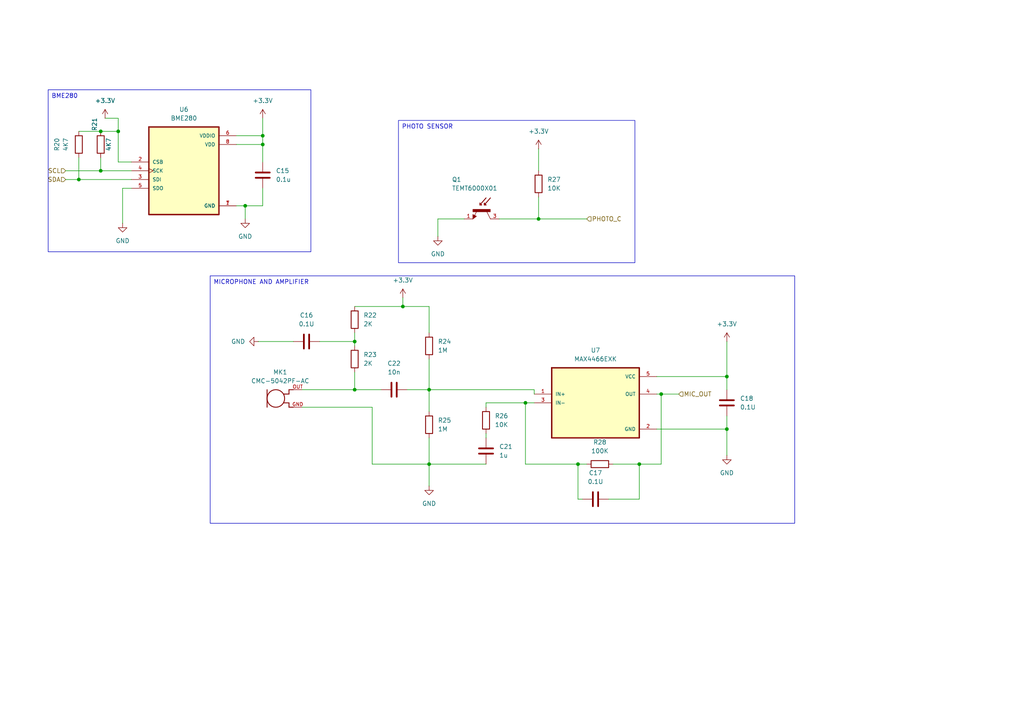
<source format=kicad_sch>
(kicad_sch (version 20250114) (generator "eeschema") (generator_version "9.0")
  (paper "A4")
  (lib_symbols
    (symbol "BME280:BME280" (pin_names (offset 1.016))
      (property "Reference" "U" (at -10.1662 13.3431 0))
      (property "Value" "BME280" (at -10.1683 -15.2524 0))
      (symbol "BME280_0_0"
        (rectangle (start -10.16 -12.7) (end 10.16 12.7) (stroke (width 0.4064)) (fill (type background)))
        (pin input line (at -15.24 2.54 0) (length 5.08) (name "CSB") (number "2"))
        (pin input clock (at -15.24 0 0) (length 5.08) (name "SCK") (number "4"))
        (pin bidirectional line (at -15.24 -2.54 0) (length 5.08) (name "SDI") (number "3"))
        (pin bidirectional line (at -15.24 -5.08 0) (length 5.08) (name "SDO") (number "5"))
        (pin power_in line (at 15.24 10.16 180) (length 5.08) (name "VDDIO") (number "6"))
        (pin power_in line (at 15.24 7.62 180) (length 5.08) (name "VDD") (number "8"))
        (pin power_in line (at 15.24 -10.16 180) (length 5.08) (name "GND") (number "1"))
        (pin power_in line (at 15.24 -10.16 180) (length 5.08) (name "GND") (number "7"))
      )
    )
    (symbol "CMC-5042PF-AC:CMC-5042PF-AC" (pin_names (offset 1.016))
      (property "Reference" "MK" (at -2.5424 5.0848 0))
      (property "Value" "CMC-5042PF-AC" (at -2.5442 -6.3606 0))
      (symbol "CMC-5042PF-AC_0_0"
        (polyline (pts (xy -2.54 2.54) (xy -2.54 -2.54)) (stroke (width 0.254)))
        (circle (center 0 0) (radius 2.54) (stroke (width 0.254)))
        (polyline (pts (xy 3.81 2.54) (xy 3.81 1.27)) (stroke (width 0.254)))
        (polyline (pts (xy 3.81 1.27) (xy 2.2352 1.27)) (stroke (width 0.254)))
        (polyline (pts (xy 3.81 -1.27) (xy 2.2352 -1.27)) (stroke (width 0.254)))
        (polyline (pts (xy 3.81 -2.54) (xy 3.81 -1.27)) (stroke (width 0.254)))
        (polyline (pts (xy 5.08 2.54) (xy 3.81 2.54)) (stroke (width 0.254)))
        (polyline (pts (xy 5.08 -2.54) (xy 3.81 -2.54)) (stroke (width 0.254)))
        (pin output line (at 7.62 2.54 180) (length 2.54) (name "~") (number "OUT"))
        (pin power_in line (at 7.62 -2.54 180) (length 2.54) (name "~") (number "GND"))
      )
    )
    (symbol "Device:C" (pin_numbers (hide yes)) (pin_names (offset 0.254))
      (property "Reference" "C" (at 0.635 2.54 0))
      (property "Value" "C" (at 0.635 -2.54 0))
      (symbol "C_0_1"
        (polyline (pts (xy -2.032 0.762) (xy 2.032 0.762)) (stroke (width 0.508)))
        (polyline (pts (xy -2.032 -0.762) (xy 2.032 -0.762)) (stroke (width 0.508)))
      )
      (symbol "C_1_1"
        (pin passive line (at 0 3.81 270) (length 2.794) (name "~") (number "1"))
        (pin passive line (at 0 -3.81 90) (length 2.794) (name "~") (number "2"))
      )
    )
    (symbol "Device:R" (pin_numbers (hide yes)) (pin_names (offset 0))
      (property "Reference" "R" (at 2.032 0 90))
      (property "Value" "R" (at 0 0 90))
      (symbol "R_0_1"
        (rectangle (start -1.016 -2.54) (end 1.016 2.54) (stroke (width 0.254)))
      )
      (symbol "R_1_1"
        (pin passive line (at 0 3.81 270) (length 1.27) (name "~") (number "1"))
        (pin passive line (at 0 -3.81 90) (length 1.27) (name "~") (number "2"))
      )
    )
    (symbol "MAX4466EXK:MAX4466EXK" (pin_names (offset 1.016))
      (property "Reference" "U" (at -12.7 11.16 0))
      (property "Value" "MAX4466EXK" (at -12.7 -14.16 0))
      (symbol "MAX4466EXK_0_0"
        (rectangle (start -12.7 -10.16) (end 12.7 10.16) (stroke (width 0.41)) (fill (type background)))
        (pin input line (at -17.78 2.54 0) (length 5.08) (name "IN+") (number "1"))
        (pin input line (at -17.78 0 0) (length 5.08) (name "IN-") (number "3"))
        (pin power_in line (at 17.78 7.62 180) (length 5.08) (name "VCC") (number "5"))
        (pin output line (at 17.78 2.54 180) (length 5.08) (name "OUT") (number "4"))
        (pin power_in line (at 17.78 -7.62 180) (length 5.08) (name "GND") (number "2"))
      )
    )
    (symbol "TEMT6000X01:TEMT6000X01" (pin_names (offset 1.016))
      (property "Reference" "Q" (at 5.0999 0 0))
      (property "Value" "TEMT6000X01" (at 5.0887 -2.5444 0))
      (symbol "TEMT6000X01_0_0"
        (polyline (pts (xy -3.556 2.54) (xy -1.524 0.762)) (stroke (width 0.254)))
        (polyline (pts (xy -3.556 1.27) (xy -1.524 -0.508)) (stroke (width 0.254)))
        (polyline (pts (xy -2.032 0.762) (xy -1.524 1.27)) (stroke (width 0.254)))
        (polyline (pts (xy -2.032 -0.508) (xy -1.524 0)) (stroke (width 0.254)))
        (polyline (pts (xy -1.524 1.27) (xy -1.524 0.762)) (stroke (width 0.254)))
        (polyline (pts (xy -1.524 0.762) (xy -2.032 0.762)) (stroke (width 0.254)))
        (polyline (pts (xy -1.524 0) (xy -1.524 -0.508)) (stroke (width 0.254)))
        (polyline (pts (xy -1.524 -0.508) (xy -2.032 -0.508)) (stroke (width 0.254)))
        (rectangle (start -0.2547 -2.5468) (end 0.508 2.54) (stroke (width 0.1)) (fill (type outline)))
        (polyline (pts (xy 1.27 -2.54) (xy 1.778 -1.524)) (stroke (width 0.1524)))
        (polyline (pts (xy 1.524 -2.286) (xy 1.905 -2.286)) (stroke (width 0.254)))
        (polyline (pts (xy 1.524 -2.413) (xy 2.286 -2.413)) (stroke (width 0.254)))
        (polyline (pts (xy 1.54 -2.04) (xy 0.308 -1.424)) (stroke (width 0.1524)))
        (polyline (pts (xy 1.778 -1.524) (xy 2.54 -2.54)) (stroke (width 0.1524)))
        (polyline (pts (xy 1.778 -1.778) (xy 1.524 -2.286)) (stroke (width 0.254)))
        (polyline (pts (xy 1.905 -2.286) (xy 1.778 -2.032)) (stroke (width 0.254)))
        (polyline (pts (xy 2.286 -2.413) (xy 1.778 -1.778)) (stroke (width 0.254)))
        (polyline (pts (xy 2.54 2.54) (xy 0.508 1.524)) (stroke (width 0.1524)))
        (polyline (pts (xy 2.54 -2.54) (xy 1.27 -2.54)) (stroke (width 0.1524)))
        (pin passive line (at 2.54 5.08 270) (length 2.54) (name "~") (number "3"))
        (pin passive line (at 2.54 -5.08 90) (length 2.54) (name "~") (number "1"))
      )
    )
    (symbol "power:+3.3V" (power) (pin_numbers (hide yes)) (pin_names (offset 0) (hide yes))
      (property "Value" "+3.3V" (at 0 3.556 0))
      (symbol "+3.3V_0_1"
        (polyline (pts (xy -0.762 1.27) (xy 0 2.54)))
        (polyline (pts (xy 0 2.54) (xy 0.762 1.27)))
        (polyline (pts (xy 0 0) (xy 0 2.54)))
      )
      (symbol "+3.3V_1_1"
        (pin power_in line (at 0 0 90) (length 0) (name "~") (number "1"))
      )
    )
    (symbol "power:GND" (power) (pin_numbers (hide yes)) (pin_names (offset 0) (hide yes))
      (property "Value" "GND" (at 0 -3.81 0))
      (symbol "GND_0_1"
        (polyline (pts (xy 0 0) (xy 0 -1.27) (xy 1.27 -1.27) (xy 0 -2.54) (xy -1.27 -1.27) (xy 0 -1.27)))
      )
      (symbol "GND_1_1"
        (pin power_in line (at 0 0 270) (length 0) (name "~") (number "1"))
      )
    )
  )
  (text_box "MICROPHONE AND AMPLIFIER\n" (at 60.96 80.01 0) (size 169.545 71.755) (margins 0.9525 0.9525 0.9525 0.9525) (effects (font (size 1.27 1.27)) (justify left top)))
  (text_box "BME280\n\n" (at 13.97 26.035 0) (size 76.2 46.99) (margins 0.9525 0.9525 0.9525 0.9525) (effects (font (size 1.27 1.27)) (justify left top)))
  (text_box "PHOTO SENSOR\n" (at 115.57 34.925 0) (size 68.58 41.275) (margins 0.9525 0.9525 0.9525 0.9525) (effects (font (size 1.27 1.27)) (justify left top)))
  (junction (at 102.87 99.06))
  (junction (at 191.77 114.3))
  (junction (at 22.86 52.07))
  (junction (at 34.29 38.1))
  (junction (at 29.21 38.1))
  (junction (at 185.42 134.62))
  (junction (at 210.82 109.22))
  (junction (at 116.84 88.9))
  (junction (at 152.4 116.84))
  (junction (at 76.2 39.37))
  (junction (at 102.87 113.03))
  (junction (at 76.2 41.91))
  (junction (at 156.21 63.5))
  (junction (at 167.64 134.62))
  (junction (at 71.12 59.69))
  (junction (at 124.46 113.03))
  (junction (at 124.46 134.62))
  (junction (at 29.21 49.53))
  (junction (at 210.82 124.46))
  (wire (pts (xy 156.21 63.5) (xy 156.21 57.15)))
  (wire (pts (xy 107.95 134.62) (xy 124.46 134.62)))
  (wire (pts (xy 191.77 134.62) (xy 185.42 134.62)))
  (wire (pts (xy 154.94 113.03) (xy 154.94 114.3)))
  (wire (pts (xy 102.87 113.03) (xy 110.49 113.03)))
  (wire (pts (xy 127 68.58) (xy 127 63.5)))
  (wire (pts (xy 144.78 63.5) (xy 156.21 63.5)))
  (wire (pts (xy 76.2 59.69) (xy 71.12 59.69)))
  (wire (pts (xy 68.58 59.69) (xy 71.12 59.69)))
  (wire (pts (xy 191.77 114.3) (xy 196.85 114.3)))
  (wire (pts (xy 127 63.5) (xy 134.62 63.5)))
  (wire (pts (xy 29.21 38.1) (xy 34.29 38.1)))
  (wire (pts (xy 152.4 134.62) (xy 167.64 134.62)))
  (wire (pts (xy 34.29 38.1) (xy 34.29 34.29)))
  (wire (pts (xy 87.63 118.11) (xy 107.95 118.11)))
  (wire (pts (xy 210.82 124.46) (xy 210.82 132.08)))
  (wire (pts (xy 140.97 127) (xy 140.97 125.73)))
  (wire (pts (xy 116.84 88.9) (xy 124.46 88.9)))
  (wire (pts (xy 92.71 99.06) (xy 102.87 99.06)))
  (wire (pts (xy 22.86 45.72) (xy 22.86 52.07)))
  (wire (pts (xy 102.87 99.06) (xy 102.87 100.33)))
  (wire (pts (xy 124.46 113.03) (xy 154.94 113.03)))
  (wire (pts (xy 190.5 109.22) (xy 210.82 109.22)))
  (wire (pts (xy 38.1 46.99) (xy 34.29 46.99)))
  (wire (pts (xy 19.05 49.53) (xy 29.21 49.53)))
  (wire (pts (xy 34.29 34.29) (xy 30.48 34.29)))
  (wire (pts (xy 167.64 144.78) (xy 168.91 144.78)))
  (wire (pts (xy 76.2 54.61) (xy 76.2 59.69)))
  (wire (pts (xy 116.84 86.36) (xy 116.84 88.9)))
  (wire (pts (xy 185.42 134.62) (xy 177.8 134.62)))
  (wire (pts (xy 140.97 118.11) (xy 140.97 116.84)))
  (wire (pts (xy 124.46 134.62) (xy 124.46 140.97)))
  (wire (pts (xy 124.46 104.14) (xy 124.46 113.03)))
  (wire (pts (xy 74.93 99.06) (xy 85.09 99.06)))
  (wire (pts (xy 87.63 113.03) (xy 102.87 113.03)))
  (wire (pts (xy 76.2 39.37) (xy 76.2 41.91)))
  (wire (pts (xy 156.21 63.5) (xy 170.18 63.5)))
  (wire (pts (xy 35.56 54.61) (xy 38.1 54.61)))
  (wire (pts (xy 29.21 49.53) (xy 38.1 49.53)))
  (wire (pts (xy 152.4 116.84) (xy 152.4 134.62)))
  (wire (pts (xy 191.77 114.3) (xy 191.77 134.62)))
  (wire (pts (xy 102.87 96.52) (xy 102.87 99.06)))
  (wire (pts (xy 210.82 109.22) (xy 210.82 99.06)))
  (wire (pts (xy 22.86 52.07) (xy 38.1 52.07)))
  (wire (pts (xy 35.56 64.77) (xy 35.56 54.61)))
  (wire (pts (xy 210.82 120.65) (xy 210.82 124.46)))
  (wire (pts (xy 34.29 46.99) (xy 34.29 38.1)))
  (wire (pts (xy 124.46 134.62) (xy 140.97 134.62)))
  (wire (pts (xy 19.05 52.07) (xy 22.86 52.07)))
  (wire (pts (xy 29.21 45.72) (xy 29.21 49.53)))
  (wire (pts (xy 107.95 118.11) (xy 107.95 134.62)))
  (wire (pts (xy 170.18 134.62) (xy 167.64 134.62)))
  (wire (pts (xy 76.2 34.29) (xy 76.2 39.37)))
  (wire (pts (xy 71.12 59.69) (xy 71.12 63.5)))
  (wire (pts (xy 102.87 107.95) (xy 102.87 113.03)))
  (wire (pts (xy 124.46 113.03) (xy 124.46 119.38)))
  (wire (pts (xy 68.58 39.37) (xy 76.2 39.37)))
  (wire (pts (xy 140.97 116.84) (xy 152.4 116.84)))
  (wire (pts (xy 76.2 41.91) (xy 76.2 46.99)))
  (wire (pts (xy 185.42 144.78) (xy 185.42 134.62)))
  (wire (pts (xy 210.82 109.22) (xy 210.82 113.03)))
  (wire (pts (xy 102.87 88.9) (xy 116.84 88.9)))
  (wire (pts (xy 190.5 124.46) (xy 210.82 124.46)))
  (wire (pts (xy 152.4 116.84) (xy 154.94 116.84)))
  (wire (pts (xy 156.21 43.18) (xy 156.21 49.53)))
  (wire (pts (xy 167.64 134.62) (xy 167.64 144.78)))
  (wire (pts (xy 68.58 41.91) (xy 76.2 41.91)))
  (wire (pts (xy 190.5 114.3) (xy 191.77 114.3)))
  (wire (pts (xy 118.11 113.03) (xy 124.46 113.03)))
  (wire (pts (xy 124.46 88.9) (xy 124.46 96.52)))
  (wire (pts (xy 176.53 144.78) (xy 185.42 144.78)))
  (wire (pts (xy 124.46 127) (xy 124.46 134.62)))
  (wire (pts (xy 22.86 38.1) (xy 29.21 38.1)))
  (hierarchical_label "MIC_OUT" (shape input) (at 196.85 114.3 0))
  (hierarchical_label "SCL" (shape input) (at 19.05 49.53 180))
  (hierarchical_label "PHOTO_C" (shape input) (at 170.18 63.5 0))
  (hierarchical_label "SDA" (shape input) (at 19.05 52.07 180))
  (symbol (lib_id "MAX4466EXK:MAX4466EXK") (at 172.72 116.84 0) (unit 1)
    (property "Reference" "U7" (at 172.72 101.6 0))
    (property "Value" "MAX4466EXK" (at 172.72 104.14 0))
    (property "Footprint" "ESP32 PROJECT LIBRARY:SOT65P210X110-5N" (effects (hide yes)))
    (property "MF" "Analog Devices" (effects (hide yes)))
    (property "Description_1" "Amplifier IC 1-Channel (Mono) Class AB SC-70-5" (effects (hide yes)))
    (property "Package" "SC-70-5 Maxim" (effects (hide yes)))
    (property "Price" "None" (effects (hide yes)))
    (property "SnapEDA_Link" "https://www.snapeda.com/parts/MAX4466EXK/Analog+Devices/view-part/?ref=snap" (effects (hide yes)))
    (property "MP" "MAX4466EXK" (effects (hide yes)))
    (property "Availability" "In Stock" (effects (hide yes)))
    (property "Check_prices" "https://www.snapeda.com/parts/MAX4466EXK/Analog+Devices/view-part/?ref=eda" (effects (hide yes)))
  )
  (symbol (lib_id "power:GND") (at 124.46 140.97 0) (unit 1)
    (property "Reference" "#PWR043" (effects (hide yes)))
    (property "Value" "GND" (at 124.46 146.05 0))
    (property "Description" "Power symbol creates a global label with name \"GND\" , ground" (effects (hide yes)))
  )
  (symbol (lib_id "Device:C") (at 114.3 113.03 90) (unit 1)
    (property "Reference" "C22" (at 114.3 105.41 90))
    (property "Value" "10n" (at 114.3 107.95 90))
    (property "Footprint" "Capacitor_SMD:C_0805_2012Metric" (effects (hide yes)))
    (property "Description" "Unpolarized capacitor" (effects (hide yes)))
  )
  (symbol (lib_id "power:+3.3V") (at 30.48 34.29 0) (unit 1)
    (property "Reference" "#PWR036" (effects (hide yes)))
    (property "Value" "+3.3V" (at 30.48 29.21 0))
    (property "Description" "Power symbol creates a global label with name \"+3.3V\"" (effects (hide yes)))
  )
  (symbol (lib_id "Device:R") (at 173.99 134.62 90) (unit 1)
    (property "Reference" "R28" (at 173.99 128.27 90))
    (property "Value" "100K" (at 173.99 130.81 90))
    (property "Footprint" "Resistor_SMD:R_0805_2012Metric" (effects (hide yes)))
    (property "Description" "Resistor" (effects (hide yes)))
  )
  (symbol (lib_id "power:+3.3V") (at 210.82 99.06 0) (unit 1)
    (property "Reference" "#PWR045" (effects (hide yes)))
    (property "Value" "+3.3V" (at 210.82 93.98 0))
    (property "Description" "Power symbol creates a global label with name \"+3.3V\"" (effects (hide yes)))
  )
  (symbol (lib_id "power:GND") (at 210.82 132.08 0) (unit 1)
    (property "Reference" "#PWR046" (effects (hide yes)))
    (property "Value" "GND" (at 210.82 137.16 0))
    (property "Description" "Power symbol creates a global label with name \"GND\" , ground" (effects (hide yes)))
  )
  (symbol (lib_id "TEMT6000X01:TEMT6000X01") (at 139.7 60.96 270) (unit 1)
    (property "Reference" "Q1" (at 131.064 52.07 90) (effects (justify left)))
    (property "Value" "TEMT6000X01" (at 131.064 54.61 90) (effects (justify left)))
    (property "Footprint" "ESP32 PROJECT LIBRARY:TRANS_TEMT6000X01" (effects (hide yes)))
    (property "MF" "Vishay Semiconductor" (effects (hide yes)))
    (property "Description_1" "Phototransistors 570nm Top View 1206 (3216 Metric)" (effects (hide yes)))
    (property "Package" "1206 Vishay" (effects (hide yes)))
    (property "Price" "None" (effects (hide yes)))
    (property "Check_prices" "https://www.snapeda.com/parts/TEMT6000X01/Vishay+Semiconductor+Opto+Division/view-part/?ref=eda" (effects (hide yes)))
    (property "STANDARD" "Manufacturer Recommendations" (effects (hide yes)))
    (property "PARTREV" "1.9" (effects (hide yes)))
    (property "SnapEDA_Link" "https://www.snapeda.com/parts/TEMT6000X01/Vishay+Semiconductor+Opto+Division/view-part/?ref=snap" (effects (hide yes)))
    (property "MP" "TEMT6000X01" (effects (hide yes)))
    (property "Availability" "In Stock" (effects (hide yes)))
    (property "MANUFACTURER" "VISHAY" (effects (hide yes)))
  )
  (symbol (lib_id "Device:C") (at 140.97 130.81 180) (unit 1)
    (property "Reference" "C21" (at 144.78 129.5399 0) (effects (justify right)))
    (property "Value" "1u" (at 144.78 132.0799 0) (effects (justify right)))
    (property "Footprint" "Capacitor_SMD:C_0805_2012Metric" (effects (hide yes)))
    (property "Description" "Unpolarized capacitor" (effects (hide yes)))
  )
  (symbol (lib_id "power:GND") (at 127 68.58 0) (unit 1)
    (property "Reference" "#PWR042" (effects (hide yes)))
    (property "Value" "GND" (at 127 73.66 0))
    (property "Description" "Power symbol creates a global label with name \"GND\" , ground" (effects (hide yes)))
  )
  (symbol (lib_id "Device:C") (at 210.82 116.84 0) (unit 1)
    (property "Reference" "C18" (at 214.63 115.5699 0) (effects (justify left)))
    (property "Value" "0.1U" (at 214.63 118.1099 0) (effects (justify left)))
    (property "Footprint" "Capacitor_SMD:C_0805_2012Metric" (effects (hide yes)))
    (property "Description" "Unpolarized capacitor" (effects (hide yes)))
  )
  (symbol (lib_id "power:+3.3V") (at 116.84 86.36 0) (unit 1)
    (property "Reference" "#PWR041" (effects (hide yes)))
    (property "Value" "+3.3V" (at 116.84 81.28 0))
    (property "Description" "Power symbol creates a global label with name \"+3.3V\"" (effects (hide yes)))
  )
  (symbol (lib_id "BME280:BME280") (at 53.34 49.53 0) (unit 1)
    (property "Reference" "U6" (at 53.34 31.75 0))
    (property "Value" "BME280" (at 53.34 34.29 0))
    (property "Footprint" "ESP32 PROJECT LIBRARY:PSON65P250X250X100-8N" (effects (hide yes)))
    (property "MF" "Bosch" (effects (hide yes)))
    (property "DESCRIPTION" "Integrated pressure, humidity and temperature sensor; 8-pin 2.5x2.5x0.93mm LGA" (effects (hide yes)))
    (property "PACKAGE" "LGA-8 Bosch" (effects (hide yes)))
    (property "PRICE" "4.94 USD" (effects (hide yes)))
    (property "Package" "LGA-8 Bosch" (effects (hide yes)))
    (property "Check_prices" "https://www.snapeda.com/parts/BME280/Bosch+Sensortec/view-part/?ref=eda" (effects (hide yes)))
    (property "STANDARD" "IPC-7351B" (effects (hide yes)))
    (property "SnapEDA_Link" "https://www.snapeda.com/parts/BME280/Bosch+Sensortec/view-part/?ref=snap" (effects (hide yes)))
    (property "MP" "BME280" (effects (hide yes)))
    (property "Price" "None" (effects (hide yes)))
    (property "Availability" "In Stock" (effects (hide yes)))
    (property "AVAILABILITY" "Good" (effects (hide yes)))
    (property "Description_1" "Board Mount Humidity Sensors MEMS humidity, pressure and temperature sensor" (effects (hide yes)))
  )
  (symbol (lib_id "CMC-5042PF-AC:CMC-5042PF-AC") (at 80.01 115.57 0) (unit 1)
    (property "Reference" "MK1" (at 81.28 107.95 0))
    (property "Value" "CMC-5042PF-AC" (at 81.28 110.49 0))
    (property "Footprint" "ESP32 PROJECT LIBRARY:CUI_CMC-5042PF-AC" (effects (hide yes)))
    (property "MF" "Same Sky" (effects (hide yes)))
    (property "Description_1" "6.0 mm, Omnidirectional, PCB Mount, 2.0 Vdc, Electret Condenser Microphone" (effects (hide yes)))
    (property "Package" "None" (effects (hide yes)))
    (property "Price" "None" (effects (hide yes)))
    (property "Check_prices" "https://www.snapeda.com/parts/CMC-5042PF-AC/Same+Sky/view-part/?ref=eda" (effects (hide yes)))
    (property "STANDARD" "Manufacturer recommendations" (effects (hide yes)))
    (property "SnapEDA_Link" "https://www.snapeda.com/parts/CMC-5042PF-AC/Same+Sky/view-part/?ref=snap" (effects (hide yes)))
    (property "MP" "CMC-5042PF-AC" (effects (hide yes)))
    (property "Availability" "In Stock" (effects (hide yes)))
    (property "MANUFACTURER" "CUI INC" (effects (hide yes)))
  )
  (symbol (lib_id "Device:R") (at 156.21 53.34 0) (unit 1)
    (property "Reference" "R27" (at 158.75 52.0699 0) (effects (justify left)))
    (property "Value" "10K" (at 158.75 54.6099 0) (effects (justify left)))
    (property "Footprint" "Resistor_SMD:R_0805_2012Metric" (effects (hide yes)))
    (property "Description" "Resistor" (effects (hide yes)))
  )
  (symbol (lib_id "Device:R") (at 29.21 41.91 180) (unit 1)
    (property "Reference" "R21" (at 27.432 36.068 90))
    (property "Value" "4K7" (at 31.496 41.91 90))
    (property "Footprint" "Resistor_SMD:R_0805_2012Metric" (effects (hide yes)))
    (property "Description" "Resistor" (effects (hide yes)))
  )
  (symbol (lib_id "power:GND") (at 71.12 63.5 0) (unit 1)
    (property "Reference" "#PWR038" (effects (hide yes)))
    (property "Value" "GND" (at 71.12 68.58 0))
    (property "Description" "Power symbol creates a global label with name \"GND\" , ground" (effects (hide yes)))
  )
  (symbol (lib_id "power:+3.3V") (at 76.2 34.29 0) (unit 1)
    (property "Reference" "#PWR040" (effects (hide yes)))
    (property "Value" "+3.3V" (at 76.2 29.21 0))
    (property "Description" "Power symbol creates a global label with name \"+3.3V\"" (effects (hide yes)))
  )
  (symbol (lib_id "Device:C") (at 88.9 99.06 90) (unit 1)
    (property "Reference" "C16" (at 88.9 91.44 90))
    (property "Value" "0.1U" (at 88.9 93.98 90))
    (property "Footprint" "Capacitor_SMD:C_0805_2012Metric" (effects (hide yes)))
    (property "Description" "Unpolarized capacitor" (effects (hide yes)))
  )
  (symbol (lib_id "Device:R") (at 140.97 121.92 0) (unit 1)
    (property "Reference" "R26" (at 143.51 120.6499 0) (effects (justify left)))
    (property "Value" "10K" (at 143.51 123.1899 0) (effects (justify left)))
    (property "Footprint" "Resistor_SMD:R_0805_2012Metric" (effects (hide yes)))
    (property "Description" "Resistor" (effects (hide yes)))
  )
  (symbol (lib_id "Device:R") (at 124.46 100.33 0) (unit 1)
    (property "Reference" "R24" (at 127 99.0599 0) (effects (justify left)))
    (property "Value" "1M" (at 127 101.5999 0) (effects (justify left)))
    (property "Footprint" "Resistor_SMD:R_0805_2012Metric" (effects (hide yes)))
    (property "Description" "Resistor" (effects (hide yes)))
  )
  (symbol (lib_id "Device:C") (at 76.2 50.8 0) (unit 1)
    (property "Reference" "C15" (at 80.01 49.5299 0) (effects (justify left)))
    (property "Value" "0.1u" (at 80.01 52.0699 0) (effects (justify left)))
    (property "Footprint" "Capacitor_SMD:C_0805_2012Metric" (effects (hide yes)))
    (property "Description" "Unpolarized capacitor" (effects (hide yes)))
  )
  (symbol (lib_id "Device:R") (at 102.87 104.14 0) (unit 1)
    (property "Reference" "R23" (at 105.41 102.8699 0) (effects (justify left)))
    (property "Value" "2K" (at 105.41 105.4099 0) (effects (justify left)))
    (property "Footprint" "Resistor_SMD:R_0805_2012Metric" (effects (hide yes)))
    (property "Description" "Resistor" (effects (hide yes)))
  )
  (symbol (lib_id "Device:R") (at 124.46 123.19 0) (unit 1)
    (property "Reference" "R25" (at 127 121.9199 0) (effects (justify left)))
    (property "Value" "1M" (at 127 124.4599 0) (effects (justify left)))
    (property "Footprint" "Resistor_SMD:R_0805_2012Metric" (effects (hide yes)))
    (property "Description" "Resistor" (effects (hide yes)))
  )
  (symbol (lib_id "Device:R") (at 102.87 92.71 0) (unit 1)
    (property "Reference" "R22" (at 105.41 91.4399 0) (effects (justify left)))
    (property "Value" "2K" (at 105.41 93.9799 0) (effects (justify left)))
    (property "Footprint" "Resistor_SMD:R_0805_2012Metric" (effects (hide yes)))
    (property "Description" "Resistor" (effects (hide yes)))
  )
  (symbol (lib_id "Device:C") (at 172.72 144.78 90) (unit 1)
    (property "Reference" "C17" (at 172.72 137.16 90))
    (property "Value" "0.1U" (at 172.72 139.7 90))
    (property "Footprint" "Capacitor_SMD:C_0805_2012Metric" (effects (hide yes)))
    (property "Description" "Unpolarized capacitor" (effects (hide yes)))
  )
  (symbol (lib_id "Device:R") (at 22.86 41.91 180) (unit 1)
    (property "Reference" "R20" (at 16.51 41.91 90))
    (property "Value" "4K7" (at 19.05 41.91 90))
    (property "Footprint" "Resistor_SMD:R_0805_2012Metric" (effects (hide yes)))
    (property "Description" "Resistor" (effects (hide yes)))
  )
  (symbol (lib_id "power:GND") (at 35.56 64.77 0) (unit 1)
    (property "Reference" "#PWR037" (effects (hide yes)))
    (property "Value" "GND" (at 35.56 69.85 0))
    (property "Description" "Power symbol creates a global label with name \"GND\" , ground" (effects (hide yes)))
  )
  (symbol (lib_id "power:GND") (at 74.93 99.06 270) (unit 1)
    (property "Reference" "#PWR039" (effects (hide yes)))
    (property "Value" "GND" (at 71.12 99.0599 90) (effects (justify right)))
    (property "Description" "Power symbol creates a global label with name \"GND\" , ground" (effects (hide yes)))
  )
  (symbol (lib_id "power:+3.3V") (at 156.21 43.18 0) (unit 1)
    (property "Reference" "#PWR044" (effects (hide yes)))
    (property "Value" "+3.3V" (at 156.21 38.1 0))
    (property "Description" "Power symbol creates a global label with name \"+3.3V\"" (effects (hide yes)))
  )
)
</source>
